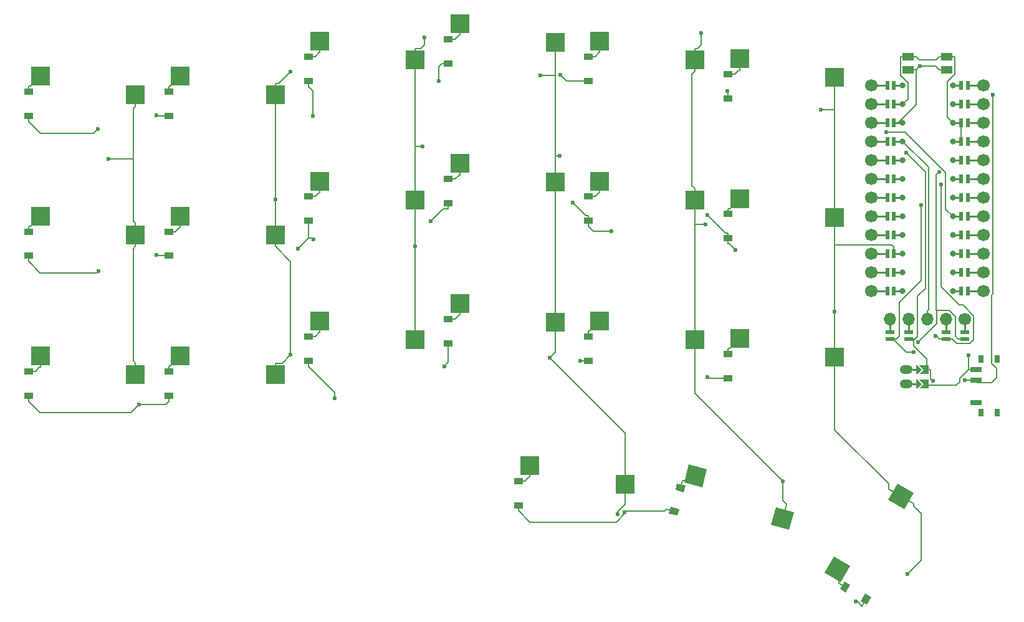
<source format=gtl>
G04 #@! TF.GenerationSoftware,KiCad,Pcbnew,8.0.8+1*
G04 #@! TF.CreationDate,2025-07-08T12:52:23+00:00*
G04 #@! TF.ProjectId,corney_island_wireless_autorouted,636f726e-6579-45f6-9973-6c616e645f77,0.2*
G04 #@! TF.SameCoordinates,Original*
G04 #@! TF.FileFunction,Copper,L1,Top*
G04 #@! TF.FilePolarity,Positive*
%FSLAX46Y46*%
G04 Gerber Fmt 4.6, Leading zero omitted, Abs format (unit mm)*
G04 Created by KiCad (PCBNEW 8.0.8+1) date 2025-07-08 12:52:23*
%MOMM*%
%LPD*%
G01*
G04 APERTURE LIST*
G04 #@! TA.AperFunction,SMDPad,CuDef*
%ADD10R,1.200000X0.900000*%
G04 #@! TD*
G04 #@! TA.AperFunction,SMDPad,CuDef*
%ADD11R,2.550000X2.500000*%
G04 #@! TD*
G04 #@! TA.AperFunction,SMDPad,CuDef*
%ADD12R,1.550000X1.000000*%
G04 #@! TD*
G04 #@! TA.AperFunction,SMDPad,CuDef*
%ADD13R,0.800000X1.000000*%
G04 #@! TD*
G04 #@! TA.AperFunction,SMDPad,CuDef*
%ADD14R,1.500000X0.700000*%
G04 #@! TD*
G04 #@! TA.AperFunction,ComponentPad*
%ADD15O,1.750000X1.200000*%
G04 #@! TD*
G04 #@! TA.AperFunction,ComponentPad*
%ADD16O,1.700000X1.700000*%
G04 #@! TD*
G04 #@! TA.AperFunction,ComponentPad*
%ADD17C,1.700000*%
G04 #@! TD*
G04 #@! TA.AperFunction,SMDPad,CuDef*
%ADD18R,1.200000X0.600000*%
G04 #@! TD*
G04 #@! TA.AperFunction,SMDPad,CuDef*
%ADD19R,0.600000X1.200000*%
G04 #@! TD*
G04 #@! TA.AperFunction,ComponentPad*
%ADD20C,0.800000*%
G04 #@! TD*
G04 #@! TA.AperFunction,ViaPad*
%ADD21C,0.600000*%
G04 #@! TD*
G04 #@! TA.AperFunction,Conductor*
%ADD22C,0.200000*%
G04 #@! TD*
G04 #@! TA.AperFunction,Conductor*
%ADD23C,0.250000*%
G04 #@! TD*
G04 APERTURE END LIST*
D10*
X130600000Y-95575000D03*
X130600000Y-92275000D03*
D11*
X202085000Y-57085000D03*
X189158000Y-54545000D03*
D10*
X92600000Y-100325000D03*
X92600000Y-97025000D03*
D11*
X202085000Y-95085000D03*
X189158000Y-92545000D03*
X145085000Y-73710000D03*
X132158000Y-71170000D03*
X164085000Y-71335000D03*
X151158000Y-68795000D03*
D10*
X130600000Y-76575000D03*
X130600000Y-73275000D03*
D12*
X217329000Y-54315000D03*
X217329000Y-56015000D03*
X212079000Y-54315000D03*
X212079000Y-56015000D03*
G04 #@! TA.AperFunction,SMDPad,CuDef*
G36*
X211534627Y-115712592D02*
G01*
X209369563Y-114462592D01*
X210644563Y-112254228D01*
X212809627Y-113504228D01*
X211534627Y-115712592D01*
G37*
G04 #@! TD.AperFunction*
G04 #@! TA.AperFunction,SMDPad,CuDef*
G36*
X202871423Y-125637702D02*
G01*
X200706359Y-124387702D01*
X201981359Y-122179338D01*
X204146423Y-123429338D01*
X202871423Y-125637702D01*
G37*
G04 #@! TD.AperFunction*
D11*
X202085000Y-76085000D03*
X189158000Y-73545000D03*
X126085000Y-59460000D03*
X113158000Y-56920000D03*
D10*
X187600000Y-97950000D03*
X187600000Y-94650000D03*
D11*
X145085000Y-92710000D03*
X132158000Y-90170000D03*
D10*
X92600000Y-62325000D03*
X92600000Y-59025000D03*
D11*
X145085000Y-54710000D03*
X132158000Y-52170000D03*
X107085000Y-78460000D03*
X94158000Y-75920000D03*
D13*
X221915000Y-95350000D03*
X221915000Y-102650000D03*
X224125000Y-95350000D03*
X224125000Y-102650000D03*
D14*
X221265000Y-101250000D03*
X221265000Y-98250000D03*
X221265000Y-96750000D03*
G04 #@! TA.AperFunction,SMDPad,CuDef*
G36*
X193445906Y-117882694D02*
G01*
X194092953Y-115467879D01*
X196556064Y-116127868D01*
X195909017Y-118542683D01*
X193445906Y-117882694D01*
G37*
G04 #@! TD.AperFunction*
G04 #@! TA.AperFunction,SMDPad,CuDef*
G36*
X181616783Y-112083489D02*
G01*
X182263830Y-109668674D01*
X184726941Y-110328663D01*
X184079894Y-112743478D01*
X181616783Y-112083489D01*
G37*
G04 #@! TD.AperFunction*
G04 #@! TA.AperFunction,SMDPad,CuDef*
G36*
X207017953Y-127665585D02*
G01*
X206417953Y-128704815D01*
X205638531Y-128254815D01*
X206238531Y-127215585D01*
X207017953Y-127665585D01*
G37*
G04 #@! TD.AperFunction*
G04 #@! TA.AperFunction,SMDPad,CuDef*
G36*
X204160069Y-126015585D02*
G01*
X203560069Y-127054815D01*
X202780647Y-126604815D01*
X203380647Y-125565585D01*
X204160069Y-126015585D01*
G37*
G04 #@! TD.AperFunction*
D11*
X107085000Y-97460000D03*
X94158000Y-94920000D03*
X173585000Y-112335000D03*
X160658000Y-109795000D03*
D10*
X130600000Y-57575000D03*
X130600000Y-54275000D03*
X149600000Y-74200000D03*
X149600000Y-70900000D03*
G04 #@! TA.AperFunction,SMDPad,CuDef*
G36*
X213566000Y-99350000D02*
G01*
X214166000Y-98750000D01*
X213566000Y-98150000D01*
X214816000Y-98150000D01*
X214816000Y-99350000D01*
X213566000Y-99350000D01*
G37*
G04 #@! TD.AperFunction*
G04 #@! TA.AperFunction,SMDPad,CuDef*
G36*
X213566000Y-97350000D02*
G01*
X214166000Y-96750000D01*
X213566000Y-96150000D01*
X214816000Y-96150000D01*
X214816000Y-97350000D01*
X213566000Y-97350000D01*
G37*
G04 #@! TD.AperFunction*
D15*
X211750000Y-98750000D03*
X211750000Y-96750000D03*
G04 #@! TA.AperFunction,SMDPad,CuDef*
G36*
X213350000Y-99350000D02*
G01*
X213150000Y-99350000D01*
X213150000Y-98150000D01*
X213350000Y-98150000D01*
X213950000Y-98750000D01*
X213350000Y-99350000D01*
G37*
G04 #@! TD.AperFunction*
G04 #@! TA.AperFunction,SMDPad,CuDef*
G36*
X213350000Y-97350000D02*
G01*
X213150000Y-97350000D01*
X213150000Y-96150000D01*
X213350000Y-96150000D01*
X213950000Y-96750000D01*
X213350000Y-97350000D01*
G37*
G04 #@! TD.AperFunction*
D10*
X111600000Y-62325000D03*
X111600000Y-59025000D03*
D11*
X183085000Y-73710000D03*
X170158000Y-71170000D03*
X107085000Y-59460000D03*
X94158000Y-56920000D03*
X183085000Y-92710000D03*
X170158000Y-90170000D03*
X126085000Y-97460000D03*
X113158000Y-94920000D03*
X164085000Y-90335000D03*
X151158000Y-87795000D03*
D10*
X92600000Y-81325000D03*
X92600000Y-78025000D03*
X149600000Y-55200000D03*
X149600000Y-51900000D03*
X168600000Y-76575000D03*
X168600000Y-73275000D03*
X168600000Y-95575000D03*
X168600000Y-92275000D03*
X187600000Y-59950000D03*
X187600000Y-56650000D03*
X149600000Y-93200000D03*
X149600000Y-89900000D03*
X111600000Y-100325000D03*
X111600000Y-97025000D03*
X159100000Y-115200000D03*
X159100000Y-111900000D03*
D16*
X209567000Y-89950000D03*
X212107000Y-89950000D03*
X214647000Y-89950000D03*
X217187000Y-89950000D03*
D17*
X219727000Y-89950000D03*
D18*
X209567000Y-92600000D03*
X212107000Y-92600000D03*
X217187000Y-92600000D03*
X219727000Y-92600000D03*
X209567000Y-91700000D03*
X212107000Y-91700000D03*
X217187000Y-91700000D03*
X219727000Y-91700000D03*
G04 #@! TA.AperFunction,SMDPad,CuDef*
G36*
X180731137Y-116613636D02*
G01*
X179572026Y-116303053D01*
X179804963Y-115433720D01*
X180964074Y-115744303D01*
X180731137Y-116613636D01*
G37*
G04 #@! TD.AperFunction*
G04 #@! TA.AperFunction,SMDPad,CuDef*
G36*
X181585237Y-113426080D02*
G01*
X180426126Y-113115497D01*
X180659063Y-112246164D01*
X181818174Y-112556747D01*
X181585237Y-113426080D01*
G37*
G04 #@! TD.AperFunction*
D19*
X220184000Y-58170000D03*
D17*
X222324000Y-58170000D03*
D19*
X220184000Y-60710000D03*
D17*
X222324000Y-60710000D03*
D19*
X220184000Y-63250000D03*
D17*
X222324000Y-63250000D03*
D19*
X220184000Y-65790000D03*
D17*
X222324000Y-65790000D03*
D19*
X220184000Y-68330000D03*
D17*
X222324000Y-68330000D03*
D19*
X220184000Y-70870000D03*
D17*
X222324000Y-70870000D03*
D19*
X220184000Y-73410000D03*
D17*
X222324000Y-73410000D03*
D19*
X220184000Y-75950000D03*
D17*
X222324000Y-75950000D03*
D19*
X220184000Y-78490000D03*
D17*
X222324000Y-78490000D03*
D19*
X220184000Y-81030000D03*
D17*
X222324000Y-81030000D03*
D19*
X220184000Y-83570000D03*
D17*
X222324000Y-83570000D03*
D19*
X220184000Y-86110000D03*
D17*
X222324000Y-86110000D03*
X207084000Y-86110000D03*
D19*
X209224000Y-86110000D03*
D17*
X207084000Y-83570000D03*
D19*
X209224000Y-83570000D03*
D17*
X207084000Y-81030000D03*
D19*
X209224000Y-81030000D03*
D17*
X207084000Y-78490000D03*
D19*
X209224000Y-78490000D03*
D17*
X207084000Y-75950000D03*
D19*
X209224000Y-75950000D03*
D17*
X207084000Y-73410000D03*
D19*
X209224000Y-73410000D03*
D17*
X207084000Y-70870000D03*
D19*
X209224000Y-70870000D03*
D17*
X207084000Y-68330000D03*
D19*
X209224000Y-68330000D03*
D17*
X207084000Y-65790000D03*
D19*
X209224000Y-65790000D03*
D17*
X207084000Y-63250000D03*
D19*
X209224000Y-63250000D03*
D17*
X207084000Y-60710000D03*
D19*
X209224000Y-60710000D03*
D17*
X207084000Y-58170000D03*
D19*
X209224000Y-58170000D03*
D20*
X218104000Y-58170000D03*
D19*
X219284000Y-58170000D03*
D20*
X218104000Y-60710000D03*
D19*
X219284000Y-60710000D03*
D20*
X218104000Y-63250000D03*
D19*
X219284000Y-63250000D03*
D20*
X218104000Y-65790000D03*
D19*
X219284000Y-65790000D03*
D20*
X218104000Y-68330000D03*
D19*
X219284000Y-68330000D03*
D20*
X218104000Y-70870000D03*
D19*
X219284000Y-70870000D03*
D20*
X218104000Y-73410000D03*
D19*
X219284000Y-73410000D03*
D20*
X218104000Y-75950000D03*
D19*
X219284000Y-75950000D03*
D20*
X218104000Y-78490000D03*
D19*
X219284000Y-78490000D03*
D20*
X218104000Y-81030000D03*
D19*
X219284000Y-81030000D03*
D20*
X218104000Y-83570000D03*
D19*
X219284000Y-83570000D03*
D20*
X218104000Y-86110000D03*
D19*
X219284000Y-86110000D03*
X210124000Y-86110000D03*
D20*
X211304000Y-86110000D03*
D19*
X210124000Y-83570000D03*
D20*
X211304000Y-83570000D03*
D19*
X210124000Y-81030000D03*
D20*
X211304000Y-81030000D03*
D19*
X210124000Y-78490000D03*
D20*
X211304000Y-78490000D03*
D19*
X210124000Y-75950000D03*
D20*
X211304000Y-75950000D03*
D19*
X210124000Y-73410000D03*
D20*
X211304000Y-73410000D03*
D19*
X210124000Y-70870000D03*
D20*
X211304000Y-70870000D03*
D19*
X210124000Y-68330000D03*
D20*
X211304000Y-68330000D03*
D19*
X210124000Y-65790000D03*
D20*
X211304000Y-65790000D03*
D19*
X210124000Y-63250000D03*
D20*
X211304000Y-63250000D03*
D19*
X210124000Y-60710000D03*
D20*
X211304000Y-60710000D03*
D19*
X210124000Y-58170000D03*
D20*
X211304000Y-58170000D03*
D11*
X183085000Y-54710000D03*
X170158000Y-52170000D03*
X164085000Y-52335000D03*
X151158000Y-49795000D03*
X126085000Y-78460000D03*
X113158000Y-75920000D03*
D10*
X168600000Y-57575000D03*
X168600000Y-54275000D03*
X187600000Y-78950000D03*
X187600000Y-75650000D03*
X111600000Y-81325000D03*
X111600000Y-78025000D03*
D21*
X103412600Y-68126100D03*
X215410800Y-98304800D03*
X211802400Y-67322300D03*
X128170800Y-94769700D03*
X128170800Y-56265700D03*
X126085000Y-73621900D03*
X146328100Y-51677700D03*
X145085000Y-80009500D03*
X146050800Y-66503200D03*
X164758500Y-67706900D03*
X162056200Y-56775000D03*
X172561500Y-116455300D03*
X163361600Y-95150800D03*
X195001000Y-111906400D03*
X184508900Y-77021400D03*
X183930000Y-51053000D03*
X211952700Y-124551600D03*
X200162000Y-61492800D03*
X202085000Y-88881800D03*
X149027600Y-96326700D03*
X167478500Y-95563600D03*
X107560400Y-101499900D03*
X184749200Y-97777100D03*
X134143600Y-100700800D03*
X129154200Y-80345300D03*
X166520000Y-74056300D03*
X184773400Y-75764400D03*
X102088400Y-83361900D03*
X147210500Y-76589500D03*
X188614700Y-80542700D03*
X109920400Y-81172000D03*
X131266100Y-79085800D03*
X171736800Y-77977000D03*
X148269600Y-57575000D03*
X209043300Y-64520000D03*
X131166800Y-62325000D03*
X109920400Y-62195900D03*
X101997600Y-64066900D03*
X164792500Y-56699100D03*
X187478800Y-58917500D03*
X173495400Y-116167200D03*
X204958900Y-128287400D03*
X223557700Y-59440000D03*
X219748700Y-98179800D03*
X213691200Y-55567900D03*
X216239700Y-69976300D03*
X213415400Y-93088400D03*
X216540600Y-71667500D03*
X215812600Y-92215800D03*
X212810700Y-94397900D03*
X213787900Y-74426900D03*
X220248700Y-94812000D03*
D22*
X107085000Y-59460000D02*
X107085000Y-61011700D01*
X107085000Y-78789300D02*
X107085000Y-78460000D01*
X106769500Y-95592800D02*
X106769500Y-80327200D01*
X107085000Y-76908300D02*
X106769500Y-76592800D01*
X107085000Y-78789300D02*
X107085000Y-80011700D01*
X106769500Y-76592800D02*
X106769500Y-68126100D01*
X106769500Y-68126100D02*
X106769500Y-61327200D01*
X106769500Y-61327200D02*
X107085000Y-61011700D01*
X107085000Y-97460000D02*
X107085000Y-95908300D01*
X107085000Y-78460000D02*
X107085000Y-76908300D01*
D23*
X210124000Y-68330000D02*
X211304000Y-68330000D01*
D22*
X106769500Y-80327200D02*
X107085000Y-80011700D01*
X107085000Y-95908300D02*
X106769500Y-95592800D01*
X106769500Y-68126100D02*
X103412600Y-68126100D01*
X212813700Y-93550100D02*
X212813700Y-92839300D01*
D23*
X219284000Y-63250000D02*
X218104000Y-63250000D01*
D22*
X218405700Y-54315000D02*
X218405700Y-56640000D01*
X214566000Y-96299100D02*
X214566000Y-96750000D01*
X217329000Y-54315000D02*
X218405700Y-54315000D01*
X212005700Y-57846800D02*
X211002300Y-56843400D01*
X216790700Y-54315000D02*
X216252300Y-54315000D01*
X215117700Y-98011700D02*
X215410800Y-98304800D01*
X214566000Y-96750000D02*
X215117700Y-96750000D01*
X212813700Y-92839300D02*
X213008700Y-92644300D01*
X216790700Y-54315000D02*
X217329000Y-54315000D01*
X213559100Y-54718400D02*
X213155700Y-54315000D01*
X216252300Y-54315000D02*
X215848900Y-54718400D01*
X213308500Y-86827500D02*
X213308500Y-92300200D01*
X212005700Y-60008300D02*
X212005700Y-57846800D01*
X218405700Y-56640000D02*
X217384100Y-57661600D01*
X214566000Y-95848300D02*
X214566000Y-95302300D01*
X212079000Y-54315000D02*
X213155700Y-54315000D01*
X217384100Y-62530100D02*
X218104000Y-63250000D01*
X214396900Y-85739100D02*
X213308500Y-86827500D01*
X214396900Y-69916800D02*
X214396900Y-85739100D01*
X214566000Y-96299100D02*
X214566000Y-95848300D01*
D23*
X210124000Y-60710000D02*
X211304000Y-60710000D01*
D22*
X212079000Y-54315000D02*
X211002300Y-54315000D01*
X213008700Y-92644300D02*
X213008700Y-92600000D01*
X211802400Y-67322300D02*
X214396900Y-69916800D01*
X213308500Y-92300200D02*
X213008700Y-92600000D01*
X215848900Y-54718400D02*
X213559100Y-54718400D01*
X212107000Y-92600000D02*
X213008700Y-92600000D01*
X217384100Y-57661600D02*
X217384100Y-62530100D01*
D23*
X219284000Y-65790000D02*
X218104000Y-65790000D01*
D22*
X219284000Y-65790000D02*
X219284000Y-63250000D01*
X211002300Y-56843400D02*
X211002300Y-54315000D01*
X212813800Y-93550100D02*
X212813700Y-93550100D01*
X215117700Y-96750000D02*
X215117700Y-98011700D01*
X211304000Y-60710000D02*
X212005700Y-60008300D01*
X214566000Y-95302300D02*
X212813800Y-93550100D01*
X128170800Y-82097500D02*
X128170800Y-94769700D01*
X126085000Y-59460000D02*
X126085000Y-57908300D01*
X126085000Y-78460000D02*
X126085000Y-73621900D01*
X126085000Y-97460000D02*
X126085000Y-95908300D01*
X128170800Y-56265700D02*
X126528200Y-57908300D01*
X126528200Y-57908300D02*
X126085000Y-57908300D01*
X126085000Y-78460000D02*
X126085000Y-80011700D01*
X126085000Y-73621900D02*
X126085000Y-59460000D01*
X127032200Y-95908300D02*
X126085000Y-95908300D01*
X126085000Y-80011700D02*
X128170800Y-82097500D01*
D23*
X210124000Y-70870000D02*
X211304000Y-70870000D01*
D22*
X128170800Y-94769700D02*
X127032200Y-95908300D01*
X145085000Y-80009500D02*
X145085000Y-92710000D01*
X145085000Y-63660800D02*
X145085000Y-63702100D01*
X145808800Y-53158300D02*
X145085000Y-53158300D01*
X145085000Y-66503200D02*
X145085000Y-73710000D01*
X146328100Y-52639000D02*
X145808800Y-53158300D01*
X145085000Y-54710000D02*
X145085000Y-53158300D01*
X145085000Y-64626600D02*
X145085000Y-66503200D01*
X145085000Y-66503200D02*
X146050800Y-66503200D01*
X146328100Y-51677700D02*
X146328100Y-52639000D01*
D23*
X210124000Y-73410000D02*
X211304000Y-73410000D01*
D22*
X145085000Y-63702100D02*
X145085000Y-64626600D01*
X145085000Y-73710000D02*
X145085000Y-80009500D01*
X145085000Y-54710000D02*
X145085000Y-63660800D01*
X173585000Y-115061000D02*
X173585000Y-112335000D01*
X164085000Y-67706900D02*
X164085000Y-56775000D01*
D23*
X210124000Y-75950000D02*
X211304000Y-75950000D01*
D22*
X164085000Y-94427400D02*
X163361600Y-95150800D01*
X164085000Y-67706900D02*
X164758500Y-67706900D01*
X164085000Y-90335000D02*
X164085000Y-94427400D01*
X164085000Y-90335000D02*
X164085000Y-71335000D01*
X164085000Y-56775000D02*
X162056200Y-56775000D01*
X164085000Y-56775000D02*
X164085000Y-52335000D01*
X173585000Y-105374200D02*
X173585000Y-112335000D01*
X164085000Y-71335000D02*
X164085000Y-67706900D01*
X163361600Y-95150800D02*
X173585000Y-105374200D01*
X172561500Y-116084500D02*
X173585000Y-115061000D01*
X172561500Y-116455300D02*
X172561500Y-116084500D01*
X182696900Y-71770200D02*
X182696900Y-56649800D01*
X195001000Y-111906400D02*
X183085000Y-99990400D01*
X183410700Y-53158300D02*
X183930000Y-52639000D01*
X182696900Y-56649800D02*
X183085000Y-56261700D01*
X195001000Y-114587500D02*
X195511900Y-115098400D01*
X183085000Y-77021400D02*
X183085000Y-91158300D01*
X183085000Y-92710000D02*
X183085000Y-91158300D01*
X183085000Y-77021400D02*
X184508900Y-77021400D01*
X183085000Y-99990400D02*
X183085000Y-92710000D01*
X195001000Y-111906400D02*
X195001000Y-114587500D01*
X195001000Y-117005300D02*
X195511900Y-115098400D01*
X183930000Y-52639000D02*
X183930000Y-51053000D01*
X183085000Y-73710000D02*
X183085000Y-77021400D01*
X183085000Y-54710000D02*
X183085000Y-53158300D01*
X183085000Y-73710000D02*
X183085000Y-72158300D01*
X183085000Y-72158300D02*
X182696900Y-71770200D01*
X183085000Y-53158300D02*
X183410700Y-53158300D01*
X183085000Y-54710000D02*
X183085000Y-56261700D01*
D23*
X210124000Y-78490000D02*
X211304000Y-78490000D01*
D22*
X202085000Y-61492800D02*
X202085000Y-76085000D01*
X209379900Y-112996200D02*
X209379900Y-112273700D01*
X209379900Y-112273700D02*
X202085000Y-104978800D01*
X202085000Y-61492800D02*
X200162000Y-61492800D01*
X213834200Y-116348000D02*
X212799300Y-115313100D01*
X211089600Y-113983400D02*
X209379900Y-112996200D01*
X202085000Y-79852100D02*
X202085000Y-76085000D01*
X202085000Y-95085000D02*
X202085000Y-88881800D01*
X210124000Y-81030000D02*
X210124000Y-80128300D01*
X213834200Y-122670100D02*
X213834200Y-116348000D01*
X211952700Y-124551600D02*
X213834200Y-122670100D01*
X211089600Y-113983400D02*
X212799300Y-114970600D01*
X202085000Y-79852100D02*
X209847800Y-79852100D01*
X209847800Y-79852100D02*
X210124000Y-80128300D01*
D23*
X210124000Y-81030000D02*
X211304000Y-81030000D01*
D22*
X212799300Y-115313100D02*
X212799300Y-114970600D01*
X202085000Y-88881800D02*
X202085000Y-79852100D01*
X202085000Y-104978800D02*
X202085000Y-95085000D01*
X202085000Y-57085000D02*
X202085000Y-61492800D01*
X92600000Y-101076700D02*
X94132200Y-102608900D01*
X149600000Y-95754300D02*
X149600000Y-93200000D01*
X149027600Y-96326700D02*
X149600000Y-95754300D01*
X187600000Y-97950000D02*
X184922100Y-97950000D01*
X94132200Y-102608900D02*
X106451400Y-102608900D01*
D23*
X219284000Y-81030000D02*
X218104000Y-81030000D01*
D22*
X167698300Y-95575000D02*
X167686900Y-95563600D01*
X184922100Y-97950000D02*
X184749200Y-97777100D01*
X168600000Y-95575000D02*
X167698300Y-95575000D01*
X111600000Y-100325000D02*
X111600000Y-101076700D01*
X130600000Y-95575000D02*
X130600000Y-96326700D01*
X106451400Y-102608900D02*
X107560400Y-101499900D01*
X130600000Y-96326700D02*
X134143600Y-99870300D01*
X134143600Y-99870300D02*
X134143600Y-100700800D01*
X167686900Y-95563600D02*
X167478500Y-95563600D01*
X107560400Y-101499900D02*
X111176800Y-101499900D01*
X92600000Y-100325000D02*
X92600000Y-101076700D01*
X111176800Y-101499900D02*
X111600000Y-101076700D01*
X187600000Y-78950000D02*
X187600000Y-79701700D01*
X148848300Y-74951700D02*
X147210500Y-76589500D01*
X187207300Y-78198300D02*
X184773400Y-75764400D01*
X168600000Y-75823300D02*
X168287000Y-75823300D01*
X130600000Y-78899500D02*
X131079800Y-78899500D01*
D23*
X219284000Y-78490000D02*
X218104000Y-78490000D01*
D22*
X130600000Y-76575000D02*
X130600000Y-78899500D01*
X187773700Y-79701700D02*
X187600000Y-79701700D01*
X92600000Y-81325000D02*
X92600000Y-82076700D01*
X111600000Y-81325000D02*
X110073400Y-81325000D01*
X110073400Y-81325000D02*
X109920400Y-81172000D01*
X131079800Y-78899500D02*
X131266100Y-79085800D01*
X187600000Y-78198300D02*
X187207300Y-78198300D01*
X187600000Y-78950000D02*
X187600000Y-78198300D01*
X171736800Y-77977000D02*
X169250300Y-77977000D01*
X188614700Y-80542700D02*
X187773700Y-79701700D01*
X149600000Y-74951700D02*
X148848300Y-74951700D01*
X171345800Y-77977000D02*
X171736800Y-77977000D01*
X94140800Y-83617500D02*
X101832800Y-83617500D01*
X168600000Y-76575000D02*
X168600000Y-75823300D01*
X168600000Y-76575000D02*
X168600000Y-77326700D01*
X92600000Y-82076700D02*
X94140800Y-83617500D01*
X149600000Y-74200000D02*
X149600000Y-74951700D01*
X101832800Y-83617500D02*
X102088400Y-83361900D01*
X169250300Y-77977000D02*
X168600000Y-77326700D01*
X168287000Y-75823300D02*
X166520000Y-74056300D01*
X171736800Y-77977000D02*
X171345800Y-77977000D01*
X130600000Y-78899500D02*
X129154200Y-80345300D01*
X148269600Y-57575000D02*
X148269600Y-55628700D01*
X218104000Y-75950000D02*
X217142300Y-74988300D01*
X217142300Y-74988300D02*
X217142300Y-70028000D01*
X165668400Y-57575000D02*
X164792500Y-56699100D01*
X187478800Y-58917500D02*
X187600000Y-59038700D01*
X101417000Y-64647500D02*
X101997600Y-64066900D01*
X130600000Y-57575000D02*
X130600000Y-58326700D01*
X149600000Y-55200000D02*
X148698300Y-55200000D01*
D23*
X219284000Y-75950000D02*
X218104000Y-75950000D01*
D22*
X130600000Y-58326700D02*
X131166800Y-58893500D01*
X94170800Y-64647500D02*
X101417000Y-64647500D01*
X217142300Y-70028000D02*
X211634300Y-64520000D01*
X187600000Y-59038700D02*
X187600000Y-59950000D01*
X92600000Y-62325000D02*
X92600000Y-63076700D01*
X110049500Y-62325000D02*
X109920400Y-62195900D01*
X211634300Y-64520000D02*
X209043300Y-64520000D01*
X168600000Y-57575000D02*
X165668400Y-57575000D01*
X92600000Y-63076700D02*
X94170800Y-64647500D01*
X148269600Y-55628700D02*
X148698300Y-55200000D01*
X131166800Y-58893500D02*
X131166800Y-62325000D01*
X111600000Y-62325000D02*
X110049500Y-62325000D01*
D23*
X219284000Y-83570000D02*
X218104000Y-83570000D01*
D22*
X173495300Y-116372400D02*
X173495300Y-116167200D01*
X173638900Y-116023700D02*
X173495400Y-116167200D01*
X205148400Y-128287400D02*
X205776600Y-128915600D01*
X178917100Y-116023700D02*
X173638900Y-116023700D01*
X179202500Y-115738300D02*
X178917100Y-116023700D01*
X159100000Y-115951700D02*
X160636300Y-117488000D01*
X172379700Y-117488000D02*
X173495300Y-116372400D01*
X206328200Y-127960200D02*
X205776600Y-128915600D01*
X160636300Y-117488000D02*
X172379700Y-117488000D01*
X159100000Y-115200000D02*
X159100000Y-115951700D01*
X180268000Y-116023700D02*
X179202500Y-115738200D01*
X204958900Y-128287400D02*
X205148400Y-128287400D01*
X173495300Y-116167200D02*
X173495400Y-116167200D01*
X179202500Y-115738200D02*
X179202500Y-115738300D01*
X92600000Y-97025000D02*
X93501700Y-97025000D01*
X94158000Y-94920000D02*
X94158000Y-96471700D01*
X94055000Y-96471700D02*
X93501700Y-97025000D01*
X94158000Y-96471700D02*
X94055000Y-96471700D01*
X92600000Y-78025000D02*
X92600000Y-77273300D01*
X92804700Y-77273300D02*
X94158000Y-75920000D01*
X92600000Y-77273300D02*
X92804700Y-77273300D01*
X92600000Y-59025000D02*
X92600000Y-58273300D01*
X92600000Y-58273300D02*
X92804700Y-58273300D01*
X92804700Y-58273300D02*
X94158000Y-56920000D01*
X111600000Y-96273300D02*
X111804700Y-96273300D01*
X111600000Y-97025000D02*
X111600000Y-96273300D01*
X111804700Y-96273300D02*
X113158000Y-94920000D01*
X113158000Y-77471700D02*
X113055000Y-77471700D01*
X111600000Y-78025000D02*
X112501700Y-78025000D01*
X113158000Y-75920000D02*
X113158000Y-77471700D01*
X113055000Y-77471700D02*
X112501700Y-78025000D01*
X111600000Y-58273300D02*
X111804700Y-58273300D01*
X111600000Y-59025000D02*
X111600000Y-58273300D01*
X111804700Y-58273300D02*
X113158000Y-56920000D01*
X132055000Y-91721700D02*
X131501700Y-92275000D01*
X132158000Y-90170000D02*
X132158000Y-91721700D01*
X132158000Y-91721700D02*
X132055000Y-91721700D01*
X130600000Y-92275000D02*
X131501700Y-92275000D01*
X130600000Y-73275000D02*
X131501700Y-73275000D01*
X132158000Y-71170000D02*
X132158000Y-72721700D01*
X132055000Y-72721700D02*
X131501700Y-73275000D01*
X132158000Y-72721700D02*
X132055000Y-72721700D01*
X130600000Y-54275000D02*
X131501700Y-54275000D01*
X132055000Y-53721700D02*
X131501700Y-54275000D01*
X132158000Y-52170000D02*
X132158000Y-53721700D01*
X132158000Y-53721700D02*
X132055000Y-53721700D01*
X151158000Y-89346700D02*
X151055000Y-89346700D01*
X149600000Y-89900000D02*
X150501700Y-89900000D01*
X151055000Y-89346700D02*
X150501700Y-89900000D01*
X151158000Y-87795000D02*
X151158000Y-89346700D01*
X151158000Y-70346700D02*
X151055000Y-70346700D01*
X151158000Y-68795000D02*
X151158000Y-70346700D01*
X149600000Y-70900000D02*
X150501700Y-70900000D01*
X151055000Y-70346700D02*
X150501700Y-70900000D01*
X151158000Y-51346700D02*
X151055000Y-51346700D01*
X151158000Y-49795000D02*
X151158000Y-51346700D01*
X151055000Y-51346700D02*
X150501700Y-51900000D01*
X149600000Y-51900000D02*
X150501700Y-51900000D01*
X168804700Y-91523300D02*
X170158000Y-90170000D01*
X168600000Y-91523300D02*
X168804700Y-91523300D01*
X168600000Y-92275000D02*
X168600000Y-91523300D01*
X170158000Y-71170000D02*
X170158000Y-72721700D01*
X170055000Y-72721700D02*
X169501700Y-73275000D01*
X168600000Y-73275000D02*
X169501700Y-73275000D01*
X170158000Y-72721700D02*
X170055000Y-72721700D01*
X168600000Y-54275000D02*
X169501700Y-54275000D01*
X170055000Y-53721700D02*
X169501700Y-54275000D01*
X170158000Y-53721700D02*
X170055000Y-53721700D01*
X170158000Y-52170000D02*
X170158000Y-53721700D01*
X187804700Y-93898300D02*
X189158000Y-92545000D01*
X187600000Y-94650000D02*
X187600000Y-93898300D01*
X187600000Y-93898300D02*
X187804700Y-93898300D01*
X187600000Y-74898300D02*
X187804700Y-74898300D01*
X187600000Y-75650000D02*
X187600000Y-74898300D01*
X187804700Y-74898300D02*
X189158000Y-73545000D01*
X189158000Y-56096700D02*
X189055000Y-56096700D01*
X189055000Y-56096700D02*
X188501700Y-56650000D01*
X189158000Y-54545000D02*
X189158000Y-56096700D01*
X187600000Y-56650000D02*
X188501700Y-56650000D01*
X159100000Y-111900000D02*
X160001700Y-111900000D01*
X160555000Y-111346700D02*
X160001700Y-111900000D01*
X160658000Y-111346700D02*
X160555000Y-111346700D01*
X160658000Y-109795000D02*
X160658000Y-111346700D01*
X182752200Y-111206100D02*
X182081600Y-111876700D01*
X183171900Y-111206100D02*
X182752200Y-111206100D01*
X181122200Y-112836100D02*
X181379300Y-111876700D01*
X182081600Y-111876700D02*
X181379300Y-111876700D01*
X202426400Y-125266200D02*
X202426400Y-123908500D01*
X202610200Y-125450000D02*
X202426400Y-125266200D01*
X203470400Y-126310200D02*
X202610100Y-125813500D01*
X202610100Y-125813500D02*
X202610200Y-125813400D01*
X202610200Y-125813400D02*
X202610200Y-125450000D01*
X221440100Y-98525100D02*
X223422600Y-98525100D01*
X223405700Y-86657100D02*
X223557700Y-86505100D01*
X221165000Y-98250000D02*
X221440100Y-98525100D01*
X223405700Y-95957400D02*
X223405700Y-86657100D01*
X220213300Y-98250000D02*
X220143100Y-98179800D01*
X224050700Y-97897000D02*
X224050700Y-96602400D01*
X223557700Y-86505100D02*
X223557700Y-59440000D01*
X220143100Y-98179800D02*
X219748700Y-98179800D01*
X221165000Y-98250000D02*
X220213300Y-98250000D01*
X221265000Y-98250000D02*
X221165000Y-98250000D01*
D23*
X210124000Y-58170000D02*
X211304000Y-58170000D01*
D22*
X224050700Y-96602400D02*
X223405700Y-95957400D01*
X223422600Y-98525100D02*
X224050700Y-97897000D01*
X217329000Y-56015000D02*
X216252300Y-56015000D01*
X215805200Y-55567900D02*
X213691200Y-55567900D01*
X213155700Y-60808300D02*
X213155700Y-56015000D01*
D23*
X210124000Y-63250000D02*
X210714000Y-63250000D01*
D22*
X213155700Y-56015000D02*
X213602800Y-55567900D01*
X210714000Y-63250000D02*
X213155700Y-60808300D01*
X216252300Y-56015000D02*
X215805200Y-55567900D01*
X213602800Y-55567900D02*
X213691200Y-55567900D01*
X212079000Y-56015000D02*
X213155700Y-56015000D01*
D23*
X210714000Y-63250000D02*
X211304000Y-63250000D01*
D22*
X214647000Y-88798300D02*
X214813200Y-88632100D01*
D23*
X210124000Y-65790000D02*
X211304000Y-65790000D01*
D22*
X214813200Y-69299200D02*
X211304000Y-65790000D01*
X214647000Y-89950000D02*
X214647000Y-88798300D01*
X214813200Y-88632100D02*
X214813200Y-69299200D01*
D23*
X210124000Y-83570000D02*
X211304000Y-83570000D01*
X210124000Y-86110000D02*
X211304000Y-86110000D01*
X219284000Y-58170000D02*
X218104000Y-58170000D01*
X219284000Y-60710000D02*
X218104000Y-60710000D01*
D22*
X215958300Y-90545500D02*
X213415400Y-93088400D01*
X218438300Y-89554300D02*
X218438300Y-92213000D01*
X215958300Y-88764400D02*
X217648400Y-88764400D01*
X215896800Y-88702900D02*
X215958300Y-88764400D01*
X215958300Y-88764400D02*
X215958300Y-90545500D01*
D23*
X219284000Y-68330000D02*
X218104000Y-68330000D01*
D22*
X216239700Y-69976300D02*
X215896800Y-70319200D01*
X217648400Y-88764400D02*
X218438300Y-89554300D01*
X215896800Y-70319200D02*
X215896800Y-88702900D01*
X219727000Y-92600000D02*
X218825300Y-92600000D01*
X218438300Y-92213000D02*
X218825300Y-92600000D01*
X219473800Y-88014900D02*
X220927400Y-89468500D01*
X217187000Y-92600000D02*
X216285300Y-92600000D01*
X219006000Y-88014900D02*
X219473800Y-88014900D01*
X217187000Y-92600000D02*
X218088700Y-92600000D01*
X220455500Y-93201700D02*
X218690400Y-93201700D01*
X216540600Y-85549500D02*
X219006000Y-88014900D01*
X218690400Y-93201700D02*
X218088700Y-92600000D01*
X216540600Y-71667500D02*
X216540600Y-85549500D01*
X215901100Y-92215800D02*
X216285300Y-92600000D01*
D23*
X219284000Y-70870000D02*
X218104000Y-70870000D01*
D22*
X215812600Y-92215800D02*
X215901100Y-92215800D01*
X220927400Y-89468500D02*
X220927400Y-92729800D01*
X220927400Y-92729800D02*
X220455500Y-93201700D01*
X213787900Y-74426900D02*
X213787900Y-84706700D01*
X209567000Y-92600000D02*
X210017900Y-92600000D01*
X210837000Y-87657600D02*
X210837000Y-92231700D01*
X213787900Y-84706700D02*
X210837000Y-87657600D01*
X211815800Y-94397900D02*
X212810700Y-94397900D01*
X210017900Y-92600000D02*
X211815800Y-94397900D01*
D23*
X219284000Y-73410000D02*
X218104000Y-73410000D01*
D22*
X210837000Y-92231700D02*
X210468700Y-92600000D01*
X210017900Y-92600000D02*
X210468700Y-92600000D01*
D23*
X219284000Y-86110000D02*
X218104000Y-86110000D01*
X207084000Y-58170000D02*
X209204000Y-58170000D01*
D22*
X209224000Y-58170000D02*
X209204000Y-58170000D01*
X220184000Y-58170000D02*
X220204000Y-58170000D01*
D23*
X220204000Y-58170000D02*
X222324000Y-58170000D01*
D22*
X209224000Y-60710000D02*
X209204000Y-60710000D01*
D23*
X207084000Y-60710000D02*
X209204000Y-60710000D01*
D22*
X220184000Y-60710000D02*
X220204000Y-60710000D01*
D23*
X220204000Y-60710000D02*
X222324000Y-60710000D01*
X207084000Y-63250000D02*
X209204000Y-63250000D01*
D22*
X209224000Y-63250000D02*
X209204000Y-63250000D01*
D23*
X220204000Y-63250000D02*
X222324000Y-63250000D01*
D22*
X220184000Y-63250000D02*
X220204000Y-63250000D01*
X209224000Y-65790000D02*
X209204000Y-65790000D01*
D23*
X207084000Y-65790000D02*
X209204000Y-65790000D01*
X220204000Y-65790000D02*
X222324000Y-65790000D01*
D22*
X220184000Y-65790000D02*
X220204000Y-65790000D01*
X209224000Y-68330000D02*
X209204000Y-68330000D01*
D23*
X207084000Y-68330000D02*
X209204000Y-68330000D01*
X220204000Y-68330000D02*
X222324000Y-68330000D01*
D22*
X220184000Y-68330000D02*
X220204000Y-68330000D01*
D23*
X207084000Y-70870000D02*
X209204000Y-70870000D01*
D22*
X209224000Y-70870000D02*
X209204000Y-70870000D01*
X220184000Y-70870000D02*
X220204000Y-70870000D01*
D23*
X220204000Y-70870000D02*
X222324000Y-70870000D01*
D22*
X209224000Y-73410000D02*
X209204000Y-73410000D01*
D23*
X207084000Y-73410000D02*
X209204000Y-73410000D01*
X220204000Y-73410000D02*
X222324000Y-73410000D01*
D22*
X220184000Y-73410000D02*
X220204000Y-73410000D01*
X209224000Y-75950000D02*
X209204000Y-75950000D01*
D23*
X207084000Y-75950000D02*
X209204000Y-75950000D01*
X220204000Y-75950000D02*
X222324000Y-75950000D01*
D22*
X220184000Y-75950000D02*
X220204000Y-75950000D01*
X209224000Y-78490000D02*
X209204000Y-78490000D01*
D23*
X207084000Y-78490000D02*
X209204000Y-78490000D01*
X220204000Y-78490000D02*
X222324000Y-78490000D01*
D22*
X220184000Y-78490000D02*
X220204000Y-78490000D01*
D23*
X207084000Y-81030000D02*
X209204000Y-81030000D01*
D22*
X209224000Y-81030000D02*
X209204000Y-81030000D01*
D23*
X220204000Y-81030000D02*
X222324000Y-81030000D01*
D22*
X220184000Y-81030000D02*
X220204000Y-81030000D01*
D23*
X207084000Y-83570000D02*
X209204000Y-83570000D01*
D22*
X209224000Y-83570000D02*
X209204000Y-83570000D01*
D23*
X220204000Y-83570000D02*
X222324000Y-83570000D01*
D22*
X220184000Y-83570000D02*
X220204000Y-83570000D01*
X209224000Y-86110000D02*
X209204000Y-86110000D01*
D23*
X207084000Y-86110000D02*
X209204000Y-86110000D01*
X220204000Y-86110000D02*
X222324000Y-86110000D01*
D22*
X220184000Y-86110000D02*
X220204000Y-86110000D01*
D23*
X209567000Y-89950000D02*
X209567000Y-91700000D01*
X212107000Y-89950000D02*
X212107000Y-91700000D01*
X217187000Y-89950000D02*
X217187000Y-91700000D01*
X219727000Y-89950000D02*
X219727000Y-91700000D01*
D22*
X219040000Y-98450500D02*
X219040000Y-97958700D01*
X220248700Y-96750000D02*
X220379600Y-96750000D01*
X214566000Y-98750000D02*
X214744200Y-98928200D01*
X218562300Y-98928200D02*
X219040000Y-98450500D01*
X220248700Y-94812000D02*
X220248700Y-96750000D01*
X219040000Y-97958700D02*
X220248700Y-96750000D01*
X214744200Y-98928200D02*
X218562300Y-98928200D01*
X221265000Y-96750000D02*
X220379600Y-96750000D01*
D23*
X213550000Y-98750000D02*
X211750000Y-98750000D01*
X213550000Y-96750000D02*
X211750000Y-96750000D01*
M02*

</source>
